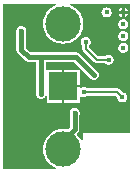
<source format=gbl>
G04*
G04 #@! TF.GenerationSoftware,Altium Limited,Altium Designer,20.0.11 (256)*
G04*
G04 Layer_Physical_Order=2*
G04 Layer_Color=1211618*
%FSLAX44Y44*%
%MOMM*%
G71*
G01*
G75*
%ADD10C,0.2000*%
%ADD40C,0.3000*%
%ADD42C,0.4500*%
%ADD43C,3.0000*%
%ADD44R,2.4000X2.4000*%
%ADD45C,0.4000*%
G36*
X109992Y32750D02*
X69750D01*
Y26800D01*
X68750Y26584D01*
X68542Y27043D01*
X68017Y28025D01*
X67430Y28970D01*
X66781Y29874D01*
X66075Y30735D01*
X65314Y31547D01*
X65133Y31717D01*
X65117Y32717D01*
X65895Y33495D01*
X66241Y33889D01*
X66532Y34325D01*
X66764Y34795D01*
X66933Y35292D01*
X67035Y35806D01*
X67069Y36329D01*
Y48529D01*
X67175Y48839D01*
X67284Y49385D01*
X67320Y49942D01*
X67284Y50497D01*
X67175Y51044D01*
X66996Y51571D01*
X66749Y52071D01*
X66440Y52534D01*
X66073Y52953D01*
X65654Y53320D01*
X65190Y53630D01*
X64691Y53876D01*
X64163Y54055D01*
X63617Y54164D01*
X63061Y54201D01*
X62505Y54164D01*
X61958Y54055D01*
X61431Y53876D01*
X60931Y53630D01*
X60468Y53320D01*
X60049Y52953D01*
X59682Y52534D01*
X59372Y52071D01*
X59126Y51571D01*
X58947Y51044D01*
X58838Y50497D01*
X58802Y49942D01*
X58838Y49385D01*
X58947Y48839D01*
X59052Y48529D01*
Y37990D01*
X57140Y36078D01*
X56605Y36202D01*
X55507Y36384D01*
X54399Y36493D01*
X53287Y36529D01*
X52175Y36493D01*
X51067Y36384D01*
X49969Y36202D01*
X48885Y35950D01*
X47820Y35626D01*
X46778Y35234D01*
X45764Y34775D01*
X44783Y34250D01*
X43837Y33663D01*
X42933Y33014D01*
X42072Y32308D01*
X41260Y31547D01*
X40499Y30735D01*
X39793Y29874D01*
X39144Y28970D01*
X38557Y28025D01*
X38032Y27043D01*
X37573Y26029D01*
X37181Y24987D01*
X36858Y23922D01*
X36605Y22838D01*
X36423Y21740D01*
X36314Y20633D01*
X36278Y19520D01*
X36314Y18408D01*
X36423Y17300D01*
X36605Y16202D01*
X36858Y15118D01*
X37181Y14053D01*
X37573Y13011D01*
X38032Y11997D01*
X38557Y11015D01*
X39144Y10070D01*
X39793Y9165D01*
X40499Y8305D01*
X41260Y7493D01*
X42072Y6732D01*
X42933Y6026D01*
X43837Y5378D01*
X44783Y4790D01*
X45764Y4265D01*
X46778Y3806D01*
X47569Y3508D01*
X47388Y2508D01*
X2508D01*
Y142492D01*
X47281D01*
X47463Y141492D01*
X46778Y141234D01*
X45764Y140775D01*
X44783Y140250D01*
X43837Y139663D01*
X42933Y139014D01*
X42072Y138308D01*
X41260Y137547D01*
X40499Y136735D01*
X39793Y135875D01*
X39144Y134970D01*
X38557Y134025D01*
X38032Y133043D01*
X37573Y132029D01*
X37181Y130987D01*
X36858Y129922D01*
X36605Y128838D01*
X36423Y127740D01*
X36314Y126632D01*
X36278Y125520D01*
X36314Y124408D01*
X36423Y123300D01*
X36605Y122202D01*
X36858Y121118D01*
X37181Y120053D01*
X37573Y119011D01*
X38032Y117997D01*
X38557Y117015D01*
X39144Y116070D01*
X39793Y115166D01*
X40499Y114305D01*
X41260Y113493D01*
X42072Y112732D01*
X42933Y112026D01*
X43837Y111377D01*
X44783Y110790D01*
X45764Y110265D01*
X46778Y109806D01*
X47820Y109414D01*
X48885Y109090D01*
X49969Y108838D01*
X51067Y108656D01*
X52175Y108547D01*
X53287Y108511D01*
X54399Y108547D01*
X55507Y108656D01*
X56605Y108838D01*
X57689Y109090D01*
X58754Y109414D01*
X59796Y109806D01*
X60810Y110265D01*
X61792Y110790D01*
X62737Y111377D01*
X63642Y112026D01*
X64502Y112732D01*
X65314Y113493D01*
X66075Y114305D01*
X66781Y115166D01*
X67430Y116070D01*
X68017Y117015D01*
X68542Y117997D01*
X69001Y119011D01*
X69394Y120053D01*
X69717Y121118D01*
X69969Y122202D01*
X70151Y123300D01*
X70260Y124408D01*
X70296Y125520D01*
X70260Y126632D01*
X70151Y127740D01*
X69969Y128838D01*
X69717Y129922D01*
X69394Y130987D01*
X69001Y132029D01*
X68542Y133043D01*
X68017Y134025D01*
X67430Y134970D01*
X66781Y135875D01*
X66075Y136735D01*
X65314Y137547D01*
X64502Y138308D01*
X63642Y139014D01*
X62737Y139663D01*
X61792Y140250D01*
X60810Y140775D01*
X59796Y141234D01*
X59111Y141492D01*
X59293Y142492D01*
X109992D01*
Y32750D01*
D02*
G37*
%LPC*%
G36*
X105250Y139134D02*
Y136000D01*
X108384D01*
X108364Y136102D01*
X108185Y136630D01*
X107938Y137129D01*
X107629Y137593D01*
X107262Y138012D01*
X106843Y138379D01*
X106379Y138688D01*
X105880Y138935D01*
X105352Y139114D01*
X105250Y139134D01*
D02*
G37*
G36*
X103250Y139134D02*
X103148Y139114D01*
X102620Y138935D01*
X102120Y138688D01*
X101657Y138379D01*
X101238Y138012D01*
X100871Y137593D01*
X100562Y137129D01*
X100315Y136630D01*
X100136Y136102D01*
X100116Y136000D01*
X103250D01*
Y139134D01*
D02*
G37*
G36*
X108384Y134000D02*
X105250D01*
Y130866D01*
X105352Y130886D01*
X105880Y131065D01*
X106379Y131312D01*
X106843Y131621D01*
X107262Y131988D01*
X107629Y132407D01*
X107938Y132871D01*
X108185Y133370D01*
X108364Y133898D01*
X108384Y134000D01*
D02*
G37*
G36*
X103250D02*
X100116D01*
X100136Y133898D01*
X100315Y133370D01*
X100562Y132871D01*
X100871Y132407D01*
X101238Y131988D01*
X101657Y131621D01*
X102120Y131312D01*
X102620Y131065D01*
X103148Y130886D01*
X103250Y130866D01*
Y134000D01*
D02*
G37*
G36*
X90000Y139259D02*
X89444Y139223D01*
X88898Y139114D01*
X88370Y138935D01*
X87870Y138688D01*
X87407Y138379D01*
X86988Y138012D01*
X86621Y137593D01*
X86312Y137129D01*
X86065Y136630D01*
X85886Y136102D01*
X85777Y135556D01*
X85741Y135000D01*
X85777Y134444D01*
X85886Y133898D01*
X86065Y133370D01*
X86312Y132871D01*
X86621Y132407D01*
X86988Y131988D01*
X87407Y131621D01*
X87870Y131312D01*
X88370Y131065D01*
X88898Y130886D01*
X89444Y130777D01*
X90000Y130741D01*
X90556Y130777D01*
X91102Y130886D01*
X91630Y131065D01*
X92130Y131312D01*
X92593Y131621D01*
X93012Y131988D01*
X93379Y132407D01*
X93688Y132871D01*
X93935Y133370D01*
X94114Y133898D01*
X94223Y134444D01*
X94259Y135000D01*
X94223Y135556D01*
X94114Y136102D01*
X93935Y136630D01*
X93688Y137129D01*
X93379Y137593D01*
X93012Y138012D01*
X92593Y138379D01*
X92130Y138688D01*
X91630Y138935D01*
X91102Y139114D01*
X90556Y139223D01*
X90000Y139259D01*
D02*
G37*
G36*
X104250Y129259D02*
X103694Y129223D01*
X103148Y129114D01*
X102620Y128935D01*
X102120Y128688D01*
X101657Y128379D01*
X101238Y128012D01*
X100871Y127593D01*
X100562Y127129D01*
X100315Y126630D01*
X100136Y126102D01*
X100027Y125556D01*
X99991Y125000D01*
X100027Y124444D01*
X100136Y123898D01*
X100315Y123370D01*
X100562Y122871D01*
X100871Y122407D01*
X101238Y121988D01*
X101657Y121621D01*
X102120Y121312D01*
X102620Y121065D01*
X103148Y120886D01*
X103694Y120777D01*
X104250Y120741D01*
X104806Y120777D01*
X105352Y120886D01*
X105880Y121065D01*
X106379Y121312D01*
X106843Y121621D01*
X107262Y121988D01*
X107629Y122407D01*
X107938Y122871D01*
X108185Y123370D01*
X108364Y123898D01*
X108473Y124444D01*
X108509Y125000D01*
X108473Y125556D01*
X108364Y126102D01*
X108185Y126630D01*
X107938Y127129D01*
X107629Y127593D01*
X107262Y128012D01*
X106843Y128379D01*
X106379Y128688D01*
X105880Y128935D01*
X105352Y129114D01*
X104806Y129223D01*
X104250Y129259D01*
D02*
G37*
G36*
Y119259D02*
X103694Y119223D01*
X103148Y119114D01*
X102620Y118935D01*
X102120Y118688D01*
X101657Y118379D01*
X101238Y118012D01*
X100871Y117593D01*
X100562Y117129D01*
X100315Y116630D01*
X100136Y116102D01*
X100027Y115556D01*
X99991Y115000D01*
X100027Y114444D01*
X100136Y113898D01*
X100315Y113370D01*
X100562Y112871D01*
X100871Y112407D01*
X101238Y111988D01*
X101657Y111621D01*
X102120Y111312D01*
X102620Y111065D01*
X103148Y110886D01*
X103694Y110777D01*
X104250Y110741D01*
X104806Y110777D01*
X105352Y110886D01*
X105880Y111065D01*
X106379Y111312D01*
X106843Y111621D01*
X107262Y111988D01*
X107629Y112407D01*
X107938Y112871D01*
X108185Y113370D01*
X108364Y113898D01*
X108473Y114444D01*
X108509Y115000D01*
X108473Y115556D01*
X108364Y116102D01*
X108185Y116630D01*
X107938Y117129D01*
X107629Y117593D01*
X107262Y118012D01*
X106843Y118379D01*
X106379Y118688D01*
X105880Y118935D01*
X105352Y119114D01*
X104806Y119223D01*
X104250Y119259D01*
D02*
G37*
G36*
Y109259D02*
X103694Y109223D01*
X103148Y109114D01*
X102620Y108935D01*
X102120Y108688D01*
X101657Y108379D01*
X101238Y108012D01*
X100871Y107593D01*
X100562Y107129D01*
X100315Y106630D01*
X100136Y106102D01*
X100027Y105556D01*
X99991Y105000D01*
X100027Y104444D01*
X100136Y103898D01*
X100315Y103370D01*
X100562Y102871D01*
X100871Y102407D01*
X101238Y101988D01*
X101657Y101621D01*
X102120Y101312D01*
X102620Y101065D01*
X103148Y100886D01*
X103694Y100777D01*
X104250Y100741D01*
X104806Y100777D01*
X105352Y100886D01*
X105880Y101065D01*
X106379Y101312D01*
X106843Y101621D01*
X107262Y101988D01*
X107629Y102407D01*
X107938Y102871D01*
X108185Y103370D01*
X108364Y103898D01*
X108473Y104444D01*
X108509Y105000D01*
X108473Y105556D01*
X108364Y106102D01*
X108185Y106630D01*
X107938Y107129D01*
X107629Y107593D01*
X107262Y108012D01*
X106843Y108379D01*
X106379Y108688D01*
X105880Y108935D01*
X105352Y109114D01*
X104806Y109223D01*
X104250Y109259D01*
D02*
G37*
G36*
X72500Y114259D02*
X71944Y114223D01*
X71398Y114114D01*
X70870Y113935D01*
X70370Y113688D01*
X69907Y113379D01*
X69488Y113012D01*
X69121Y112593D01*
X68811Y112130D01*
X68565Y111630D01*
X68386Y111102D01*
X68277Y110556D01*
X68241Y110000D01*
X68277Y109444D01*
X68386Y108898D01*
X68565Y108370D01*
X68811Y107870D01*
X69121Y107407D01*
X69488Y106988D01*
X69491Y106986D01*
Y104149D01*
X69528Y103678D01*
X69638Y103219D01*
X69819Y102783D01*
X70065Y102380D01*
X70372Y102021D01*
X79521Y92872D01*
X79880Y92565D01*
X80283Y92319D01*
X80719Y92138D01*
X81178Y92028D01*
X81649Y91991D01*
X88736D01*
X88738Y91988D01*
X89157Y91621D01*
X89621Y91312D01*
X90120Y91065D01*
X90648Y90886D01*
X91194Y90777D01*
X91750Y90741D01*
X92306Y90777D01*
X92852Y90886D01*
X93380Y91065D01*
X93879Y91312D01*
X94343Y91621D01*
X94762Y91988D01*
X95129Y92407D01*
X95438Y92870D01*
X95685Y93370D01*
X95864Y93898D01*
X95973Y94444D01*
X96009Y95000D01*
X95973Y95556D01*
X95864Y96102D01*
X95685Y96630D01*
X95438Y97129D01*
X95129Y97593D01*
X94762Y98012D01*
X94343Y98379D01*
X93879Y98688D01*
X93380Y98935D01*
X92852Y99114D01*
X92306Y99223D01*
X91750Y99259D01*
X91194Y99223D01*
X90648Y99114D01*
X90120Y98935D01*
X89621Y98688D01*
X89157Y98379D01*
X88738Y98012D01*
X88736Y98009D01*
X82895D01*
X75509Y105395D01*
Y106986D01*
X75512Y106988D01*
X75879Y107407D01*
X76189Y107870D01*
X76435Y108370D01*
X76614Y108898D01*
X76723Y109444D01*
X76759Y110000D01*
X76723Y110556D01*
X76614Y111102D01*
X76435Y111630D01*
X76189Y112130D01*
X75879Y112593D01*
X75512Y113012D01*
X75093Y113379D01*
X74630Y113688D01*
X74130Y113935D01*
X73602Y114114D01*
X73056Y114223D01*
X72500Y114259D01*
D02*
G37*
G36*
X17750Y123509D02*
X17194Y123473D01*
X16648Y123364D01*
X16120Y123185D01*
X15620Y122938D01*
X15157Y122629D01*
X14738Y122262D01*
X14371Y121843D01*
X14061Y121379D01*
X13815Y120880D01*
X13636Y120352D01*
X13527Y119806D01*
X13491Y119250D01*
X13527Y118694D01*
X13636Y118148D01*
X13741Y117837D01*
Y103500D01*
X13776Y102977D01*
X13878Y102463D01*
X14047Y101966D01*
X14279Y101496D01*
X14570Y101060D01*
X14915Y100666D01*
X21134Y94447D01*
X21529Y94101D01*
X21965Y93810D01*
X22435Y93578D01*
X22931Y93409D01*
X23446Y93307D01*
X23969Y93272D01*
X30470D01*
Y67385D01*
X30401Y67184D01*
X30293Y66638D01*
X30256Y66082D01*
X30293Y65526D01*
X30401Y64979D01*
X30581Y64452D01*
X30827Y63952D01*
X31137Y63489D01*
X31504Y63070D01*
X31923Y62703D01*
X32386Y62393D01*
X32886Y62147D01*
X33413Y61968D01*
X33960Y61859D01*
X34516Y61823D01*
X35071Y61859D01*
X35618Y61968D01*
X36145Y62147D01*
X36645Y62393D01*
X37108Y62703D01*
X37527Y63070D01*
X37894Y63489D01*
X38204Y63952D01*
X38287Y64121D01*
X39287Y63888D01*
Y58520D01*
X52287D01*
Y72520D01*
Y86520D01*
X39487D01*
X39287Y86520D01*
X38487Y87002D01*
Y93272D01*
X62559D01*
X75416Y80414D01*
X75562Y80120D01*
X75871Y79657D01*
X76238Y79238D01*
X76657Y78871D01*
X77120Y78562D01*
X77620Y78315D01*
X78148Y78136D01*
X78694Y78027D01*
X79250Y77991D01*
X79806Y78027D01*
X80352Y78136D01*
X80880Y78315D01*
X81380Y78562D01*
X81843Y78871D01*
X82262Y79238D01*
X82629Y79657D01*
X82938Y80120D01*
X83185Y80620D01*
X83364Y81148D01*
X83473Y81694D01*
X83509Y82250D01*
X83473Y82806D01*
X83364Y83352D01*
X83185Y83880D01*
X82938Y84380D01*
X82629Y84843D01*
X82262Y85262D01*
X81843Y85629D01*
X81380Y85939D01*
X81086Y86083D01*
X67053Y100116D01*
X66659Y100461D01*
X66223Y100753D01*
X65753Y100984D01*
X65257Y101153D01*
X64742Y101255D01*
X64219Y101290D01*
X35869D01*
X35559Y101395D01*
X35012Y101504D01*
X34457Y101540D01*
X33901Y101504D01*
X33354Y101395D01*
X33044Y101290D01*
X25629D01*
X21759Y105160D01*
Y117837D01*
X21864Y118148D01*
X21973Y118694D01*
X22009Y119250D01*
X21973Y119806D01*
X21864Y120352D01*
X21685Y120880D01*
X21439Y121379D01*
X21129Y121843D01*
X20762Y122262D01*
X20343Y122629D01*
X19879Y122938D01*
X19380Y123185D01*
X18852Y123364D01*
X18306Y123473D01*
X17750Y123509D01*
D02*
G37*
G36*
X54287Y86520D02*
Y73520D01*
X67287D01*
Y86520D01*
X54287D01*
D02*
G37*
G36*
X70695Y71832D02*
X70139Y71796D01*
X69593Y71687D01*
X69065Y71508D01*
X68566Y71262D01*
X68287Y71076D01*
X67683Y71268D01*
X67350Y71520D01*
X54287D01*
Y58520D01*
X67287D01*
Y63579D01*
X67683Y63878D01*
X68287Y64071D01*
X68566Y63885D01*
X69065Y63638D01*
X69593Y63459D01*
X70139Y63351D01*
X70695Y63314D01*
X71251Y63351D01*
X71798Y63459D01*
X72325Y63638D01*
X72825Y63885D01*
X73288Y64194D01*
X73707Y64562D01*
X73709Y64564D01*
X97680D01*
X99241Y63003D01*
X99241Y63000D01*
X99277Y62444D01*
X99386Y61898D01*
X99565Y61370D01*
X99811Y60870D01*
X100121Y60407D01*
X100488Y59988D01*
X100907Y59621D01*
X101370Y59311D01*
X101870Y59065D01*
X102398Y58886D01*
X102944Y58777D01*
X103500Y58741D01*
X104056Y58777D01*
X104602Y58886D01*
X105130Y59065D01*
X105630Y59311D01*
X106093Y59621D01*
X106512Y59988D01*
X106879Y60407D01*
X107189Y60870D01*
X107435Y61370D01*
X107614Y61898D01*
X107723Y62444D01*
X107759Y63000D01*
X107723Y63556D01*
X107614Y64102D01*
X107435Y64630D01*
X107189Y65130D01*
X106879Y65593D01*
X106512Y66012D01*
X106093Y66379D01*
X105630Y66688D01*
X105130Y66935D01*
X104602Y67114D01*
X104056Y67223D01*
X103500Y67259D01*
X103497Y67259D01*
X101055Y69701D01*
X100695Y70008D01*
X100293Y70255D01*
X99857Y70435D01*
X99397Y70546D01*
X98927Y70583D01*
X73709D01*
X73707Y70585D01*
X73288Y70952D01*
X72825Y71262D01*
X72325Y71508D01*
X71798Y71687D01*
X71251Y71796D01*
X70695Y71832D01*
D02*
G37*
%LPD*%
D10*
X72500Y104149D02*
Y110000D01*
X81649Y95000D02*
X91750D01*
X72500Y104149D02*
X81649Y95000D01*
X70695Y67573D02*
X98927D01*
X103500Y63000D01*
D40*
X34478Y66082D02*
X34516D01*
X34332D02*
X34478D01*
X34228Y65978D02*
X34332Y66082D01*
X34228Y97053D02*
X34457Y97281D01*
D42*
X90000Y135000D02*
D03*
X104250Y105000D02*
D03*
Y125000D02*
D03*
Y115000D02*
D03*
Y135000D02*
D03*
X22500Y137500D02*
D03*
X15000D02*
D03*
X7500D02*
D03*
X22500Y7500D02*
D03*
X15000D02*
D03*
X7500D02*
D03*
X54750Y55750D02*
D03*
X34516Y66082D02*
D03*
X17750Y119250D02*
D03*
X91750Y95000D02*
D03*
X79250Y82250D02*
D03*
X34457Y97281D02*
D03*
X72500Y110000D02*
D03*
X46750Y88750D02*
D03*
X103500Y63000D02*
D03*
X70695Y67573D02*
D03*
X57250Y43500D02*
D03*
X63061Y49942D02*
D03*
D43*
X53287Y19520D02*
D03*
Y125520D02*
D03*
D44*
Y72520D02*
D03*
D45*
X34478Y66082D02*
Y97053D01*
Y65978D02*
Y66082D01*
X53287Y19520D02*
Y26556D01*
X63061Y36329D01*
Y49942D01*
X34457Y97281D02*
X64219D01*
X79250Y82250D01*
X17750Y103500D02*
Y119250D01*
Y103500D02*
X23969Y97281D01*
X34457D01*
M02*

</source>
